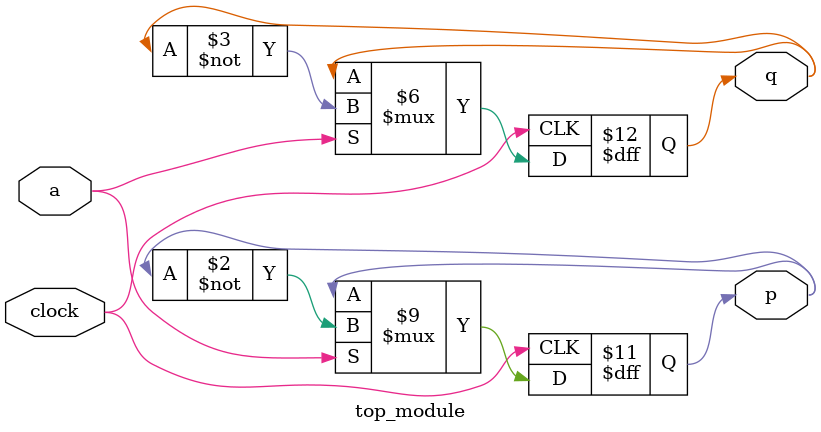
<source format=sv>
module top_module (
  input wire clock,
  input wire a,
  output reg p,
  output reg q
);

  always @(posedge clock) begin
    if (a) begin
      p <= ~p;
      q <= ~q;
    end
    else begin
      p <= p;
      q <= q;
    end
  end

initial begin
  $dumpfile("wave.vcd");
  $dumpvars(0, top_module);
end

endmodule

</source>
